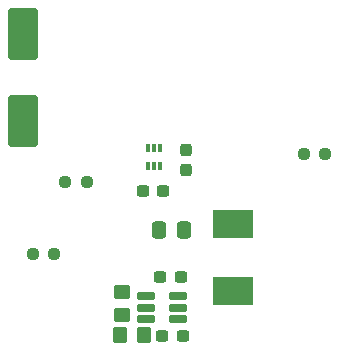
<source format=gbr>
%TF.GenerationSoftware,KiCad,Pcbnew,8.0.4*%
%TF.CreationDate,2024-07-21T20:28:23+02:00*%
%TF.ProjectId,kurumi,6b757275-6d69-42e6-9b69-6361645f7063,rev?*%
%TF.SameCoordinates,Original*%
%TF.FileFunction,Paste,Bot*%
%TF.FilePolarity,Positive*%
%FSLAX46Y46*%
G04 Gerber Fmt 4.6, Leading zero omitted, Abs format (unit mm)*
G04 Created by KiCad (PCBNEW 8.0.4) date 2024-07-21 20:28:23*
%MOMM*%
%LPD*%
G01*
G04 APERTURE LIST*
G04 Aperture macros list*
%AMRoundRect*
0 Rectangle with rounded corners*
0 $1 Rounding radius*
0 $2 $3 $4 $5 $6 $7 $8 $9 X,Y pos of 4 corners*
0 Add a 4 corners polygon primitive as box body*
4,1,4,$2,$3,$4,$5,$6,$7,$8,$9,$2,$3,0*
0 Add four circle primitives for the rounded corners*
1,1,$1+$1,$2,$3*
1,1,$1+$1,$4,$5*
1,1,$1+$1,$6,$7*
1,1,$1+$1,$8,$9*
0 Add four rect primitives between the rounded corners*
20,1,$1+$1,$2,$3,$4,$5,0*
20,1,$1+$1,$4,$5,$6,$7,0*
20,1,$1+$1,$6,$7,$8,$9,0*
20,1,$1+$1,$8,$9,$2,$3,0*%
G04 Aperture macros list end*
%ADD10R,3.500000X2.350000*%
%ADD11RoundRect,0.085000X0.085000X-0.265000X0.085000X0.265000X-0.085000X0.265000X-0.085000X-0.265000X0*%
%ADD12RoundRect,0.237500X0.300000X0.237500X-0.300000X0.237500X-0.300000X-0.237500X0.300000X-0.237500X0*%
%ADD13RoundRect,0.250000X0.337500X0.475000X-0.337500X0.475000X-0.337500X-0.475000X0.337500X-0.475000X0*%
%ADD14RoundRect,0.237500X-0.250000X-0.237500X0.250000X-0.237500X0.250000X0.237500X-0.250000X0.237500X0*%
%ADD15RoundRect,0.250000X-0.350000X-0.450000X0.350000X-0.450000X0.350000X0.450000X-0.350000X0.450000X0*%
%ADD16RoundRect,0.237500X0.237500X-0.300000X0.237500X0.300000X-0.237500X0.300000X-0.237500X-0.300000X0*%
%ADD17RoundRect,0.250000X-0.450000X0.350000X-0.450000X-0.350000X0.450000X-0.350000X0.450000X0.350000X0*%
%ADD18RoundRect,0.162500X0.617500X0.162500X-0.617500X0.162500X-0.617500X-0.162500X0.617500X-0.162500X0*%
%ADD19RoundRect,0.237500X0.250000X0.237500X-0.250000X0.237500X-0.250000X-0.237500X0.250000X-0.237500X0*%
%ADD20RoundRect,0.250000X1.000000X-1.950000X1.000000X1.950000X-1.000000X1.950000X-1.000000X-1.950000X0*%
G04 APERTURE END LIST*
D10*
%TO.C,L1*%
X36300000Y-36600000D03*
X36300000Y-30900000D03*
%TD*%
D11*
%TO.C,U2*%
X30100000Y-26000000D03*
X29600000Y-26000000D03*
X29100000Y-26000000D03*
X29100000Y-24500000D03*
X29600000Y-24500000D03*
X30100000Y-24500000D03*
%TD*%
D12*
%TO.C,C4*%
X31872500Y-35390000D03*
X30147500Y-35390000D03*
%TD*%
D13*
%TO.C,C5*%
X32137500Y-31390000D03*
X30062500Y-31390000D03*
%TD*%
D14*
%TO.C,R1*%
X19337500Y-33420000D03*
X21162500Y-33420000D03*
%TD*%
D15*
%TO.C,R5*%
X26730000Y-40320000D03*
X28730000Y-40320000D03*
%TD*%
D16*
%TO.C,C2*%
X32300000Y-26362500D03*
X32300000Y-24637500D03*
%TD*%
D17*
%TO.C,R4*%
X26930000Y-36617500D03*
X26930000Y-38617500D03*
%TD*%
D18*
%TO.C,U3*%
X31650000Y-37020000D03*
X31650000Y-37970000D03*
X31650000Y-38920000D03*
X28950000Y-38920000D03*
X28950000Y-37970000D03*
X28950000Y-37020000D03*
%TD*%
D12*
%TO.C,C1*%
X30362500Y-28100000D03*
X28637500Y-28100000D03*
%TD*%
D19*
%TO.C,R3*%
X44112500Y-25000000D03*
X42287500Y-25000000D03*
%TD*%
D12*
%TO.C,C3*%
X32032501Y-40360000D03*
X30307499Y-40360000D03*
%TD*%
D20*
%TO.C,C6*%
X18500000Y-22200000D03*
X18500000Y-14800000D03*
%TD*%
D19*
%TO.C,R2*%
X23912500Y-27300000D03*
X22087500Y-27300000D03*
%TD*%
M02*

</source>
